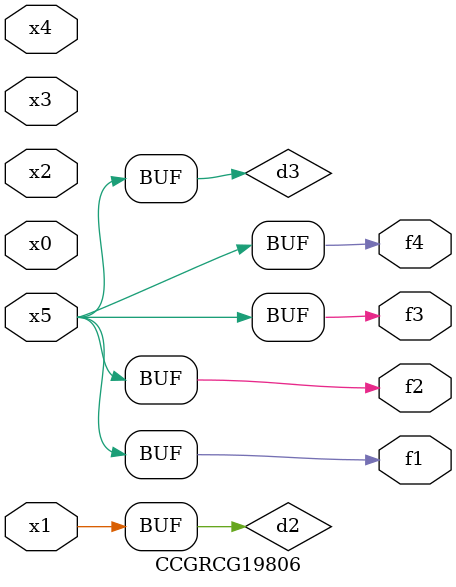
<source format=v>
module CCGRCG19806(
	input x0, x1, x2, x3, x4, x5,
	output f1, f2, f3, f4
);

	wire d1, d2, d3;

	not (d1, x5);
	or (d2, x1);
	xnor (d3, d1);
	assign f1 = d3;
	assign f2 = d3;
	assign f3 = d3;
	assign f4 = d3;
endmodule

</source>
